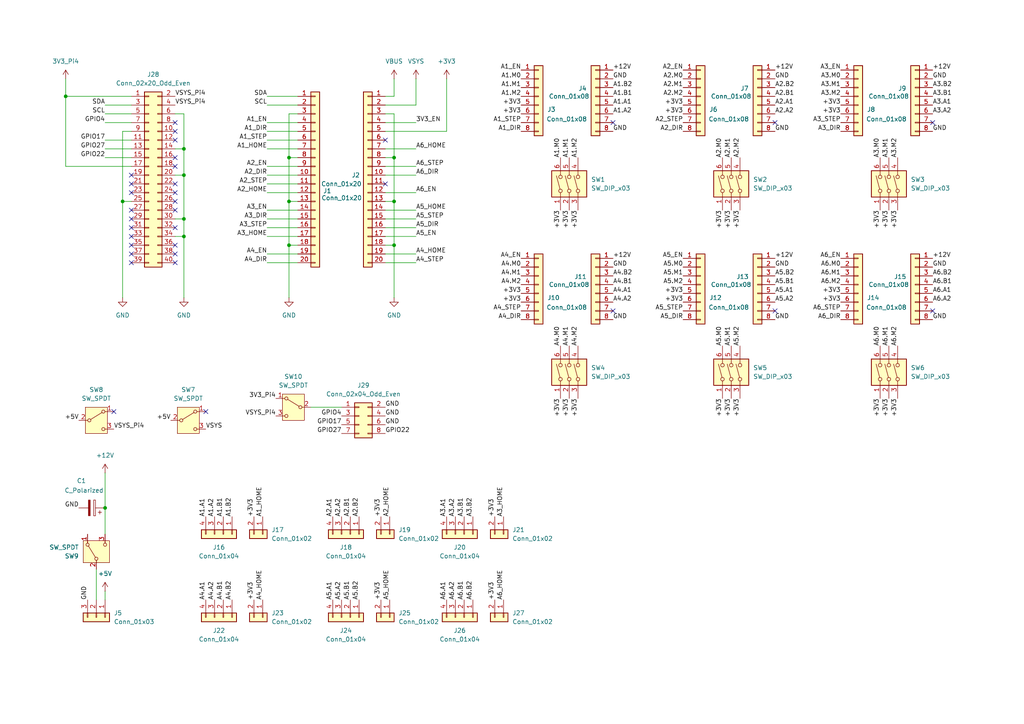
<source format=kicad_sch>
(kicad_sch (version 20231120) (generator "eeschema") (generator_version "8.0")
  (paper "A4")
  (title_block (title "Jeste k domysleni") (date "9. 2. 2025") (rev "X") (company "Tomáš Kubín"))
  (lib_symbols
    (symbol "Connector_Generic:Conn_01x02" (pin_names (offset 1.016) hide)
      (property "Reference" "J" (at 0 2.54 0))
      (property "Value" "Conn_01x02" (at 0 -5.08 0))
      (symbol "Conn_01x02_1_1"
        (rectangle (start -1.27 -2.413) (end 0 -2.667) (stroke (width 0.1524)))
        (rectangle (start -1.27 0.127) (end 0 -0.127) (stroke (width 0.1524)))
        (rectangle (start -1.27 1.27) (end 1.27 -3.81) (stroke (width 0.254)) (fill (type background)))
        (pin passive line (at -5.08 0 0) (length 3.81) (name "Pin_1") (number "1"))
        (pin passive line (at -5.08 -2.54 0) (length 3.81) (name "Pin_2") (number "2"))
      )
    )
    (symbol "Connector_Generic:Conn_01x03" (pin_names (offset 1.016) hide)
      (property "Reference" "J" (at 0 5.08 0))
      (property "Value" "Conn_01x03" (at 0 -5.08 0))
      (symbol "Conn_01x03_1_1"
        (rectangle (start -1.27 -2.413) (end 0 -2.667) (stroke (width 0.1524)))
        (rectangle (start -1.27 0.127) (end 0 -0.127) (stroke (width 0.1524)))
        (rectangle (start -1.27 2.667) (end 0 2.413) (stroke (width 0.1524)))
        (rectangle (start -1.27 3.81) (end 1.27 -3.81) (stroke (width 0.254)) (fill (type background)))
        (pin passive line (at -5.08 2.54 0) (length 3.81) (name "Pin_1") (number "1"))
        (pin passive line (at -5.08 0 0) (length 3.81) (name "Pin_2") (number "2"))
        (pin passive line (at -5.08 -2.54 0) (length 3.81) (name "Pin_3") (number "3"))
      )
    )
    (symbol "Connector_Generic:Conn_01x04" (pin_names (offset 1.016) hide)
      (property "Reference" "J" (at 0 5.08 0))
      (property "Value" "Conn_01x04" (at 0 -7.62 0))
      (symbol "Conn_01x04_1_1"
        (rectangle (start -1.27 -4.953) (end 0 -5.207) (stroke (width 0.1524)))
        (rectangle (start -1.27 -2.413) (end 0 -2.667) (stroke (width 0.1524)))
        (rectangle (start -1.27 0.127) (end 0 -0.127) (stroke (width 0.1524)))
        (rectangle (start -1.27 2.667) (end 0 2.413) (stroke (width 0.1524)))
        (rectangle (start -1.27 3.81) (end 1.27 -6.35) (stroke (width 0.254)) (fill (type background)))
        (pin passive line (at -5.08 2.54 0) (length 3.81) (name "Pin_1") (number "1"))
        (pin passive line (at -5.08 0 0) (length 3.81) (name "Pin_2") (number "2"))
        (pin passive line (at -5.08 -2.54 0) (length 3.81) (name "Pin_3") (number "3"))
        (pin passive line (at -5.08 -5.08 0) (length 3.81) (name "Pin_4") (number "4"))
      )
    )
    (symbol "Connector_Generic:Conn_01x08" (pin_names (offset 1.016) hide)
      (property "Reference" "J" (at 0 10.16 0))
      (property "Value" "Conn_01x08" (at 0 -12.7 0))
      (symbol "Conn_01x08_1_1"
        (rectangle (start -1.27 -10.033) (end 0 -10.287) (stroke (width 0.1524)))
        (rectangle (start -1.27 -7.493) (end 0 -7.747) (stroke (width 0.1524)))
        (rectangle (start -1.27 -4.953) (end 0 -5.207) (stroke (width 0.1524)))
        (rectangle (start -1.27 -2.413) (end 0 -2.667) (stroke (width 0.1524)))
        (rectangle (start -1.27 0.127) (end 0 -0.127) (stroke (width 0.1524)))
        (rectangle (start -1.27 2.667) (end 0 2.413) (stroke (width 0.1524)))
        (rectangle (start -1.27 5.207) (end 0 4.953) (stroke (width 0.1524)))
        (rectangle (start -1.27 7.747) (end 0 7.493) (stroke (width 0.1524)))
        (rectangle (start -1.27 8.89) (end 1.27 -11.43) (stroke (width 0.254)) (fill (type background)))
        (pin passive line (at -5.08 7.62 0) (length 3.81) (name "Pin_1") (number "1"))
        (pin passive line (at -5.08 5.08 0) (length 3.81) (name "Pin_2") (number "2"))
        (pin passive line (at -5.08 2.54 0) (length 3.81) (name "Pin_3") (number "3"))
        (pin passive line (at -5.08 0 0) (length 3.81) (name "Pin_4") (number "4"))
        (pin passive line (at -5.08 -2.54 0) (length 3.81) (name "Pin_5") (number "5"))
        (pin passive line (at -5.08 -5.08 0) (length 3.81) (name "Pin_6") (number "6"))
        (pin passive line (at -5.08 -7.62 0) (length 3.81) (name "Pin_7") (number "7"))
        (pin passive line (at -5.08 -10.16 0) (length 3.81) (name "Pin_8") (number "8"))
      )
    )
    (symbol "Connector_Generic:Conn_01x20" (pin_names (offset 1.016) hide)
      (property "Reference" "J" (at 0 25.4 0))
      (property "Value" "Conn_01x20" (at 0 -27.94 0))
      (symbol "Conn_01x20_1_1"
        (rectangle (start -1.27 -25.273) (end 0 -25.527) (stroke (width 0.1524)))
        (rectangle (start -1.27 -22.733) (end 0 -22.987) (stroke (width 0.1524)))
        (rectangle (start -1.27 -20.193) (end 0 -20.447) (stroke (width 0.1524)))
        (rectangle (start -1.27 -17.653) (end 0 -17.907) (stroke (width 0.1524)))
        (rectangle (start -1.27 -15.113) (end 0 -15.367) (stroke (width 0.1524)))
        (rectangle (start -1.27 -12.573) (end 0 -12.827) (stroke (width 0.1524)))
        (rectangle (start -1.27 -10.033) (end 0 -10.287) (stroke (width 0.1524)))
        (rectangle (start -1.27 -7.493) (end 0 -7.747) (stroke (width 0.1524)))
        (rectangle (start -1.27 -4.953) (end 0 -5.207) (stroke (width 0.1524)))
        (rectangle (start -1.27 -2.413) (end 0 -2.667) (stroke (width 0.1524)))
        (rectangle (start -1.27 0.127) (end 0 -0.127) (stroke (width 0.1524)))
        (rectangle (start -1.27 2.667) (end 0 2.413) (stroke (width 0.1524)))
        (rectangle (start -1.27 5.207) (end 0 4.953) (stroke (width 0.1524)))
        (rectangle (start -1.27 7.747) (end 0 7.493) (stroke (width 0.1524)))
        (rectangle (start -1.27 10.287) (end 0 10.033) (stroke (width 0.1524)))
        (rectangle (start -1.27 12.827) (end 0 12.573) (stroke (width 0.1524)))
        (rectangle (start -1.27 15.367) (end 0 15.113) (stroke (width 0.1524)))
        (rectangle (start -1.27 17.907) (end 0 17.653) (stroke (width 0.1524)))
        (rectangle (start -1.27 20.447) (end 0 20.193) (stroke (width 0.1524)))
        (rectangle (start -1.27 22.987) (end 0 22.733) (stroke (width 0.1524)))
        (rectangle (start -1.27 24.13) (end 1.27 -26.67) (stroke (width 0.254)) (fill (type background)))
        (pin passive line (at -5.08 22.86 0) (length 3.81) (name "Pin_1") (number "1"))
        (pin passive line (at -5.08 0 0) (length 3.81) (name "Pin_10") (number "10"))
        (pin passive line (at -5.08 -2.54 0) (length 3.81) (name "Pin_11") (number "11"))
        (pin passive line (at -5.08 -5.08 0) (length 3.81) (name "Pin_12") (number "12"))
        (pin passive line (at -5.08 -7.62 0) (length 3.81) (name "Pin_13") (number "13"))
        (pin passive line (at -5.08 -10.16 0) (length 3.81) (name "Pin_14") (number "14"))
        (pin passive line (at -5.08 -12.7 0) (length 3.81) (name "Pin_15") (number "15"))
        (pin passive line (at -5.08 -15.24 0) (length 3.81) (name "Pin_16") (number "16"))
        (pin passive line (at -5.08 -17.78 0) (length 3.81) (name "Pin_17") (number "17"))
        (pin passive line (at -5.08 -20.32 0) (length 3.81) (name "Pin_18") (number "18"))
        (pin passive line (at -5.08 -22.86 0) (length 3.81) (name "Pin_19") (number "19"))
        (pin passive line (at -5.08 20.32 0) (length 3.81) (name "Pin_2") (number "2"))
        (pin passive line (at -5.08 -25.4 0) (length 3.81) (name "Pin_20") (number "20"))
        (pin passive line (at -5.08 17.78 0) (length 3.81) (name "Pin_3") (number "3"))
        (pin passive line (at -5.08 15.24 0) (length 3.81) (name "Pin_4") (number "4"))
        (pin passive line (at -5.08 12.7 0) (length 3.81) (name "Pin_5") (number "5"))
        (pin passive line (at -5.08 10.16 0) (length 3.81) (name "Pin_6") (number "6"))
        (pin passive line (at -5.08 7.62 0) (length 3.81) (name "Pin_7") (number "7"))
        (pin passive line (at -5.08 5.08 0) (length 3.81) (name "Pin_8") (number "8"))
        (pin passive line (at -5.08 2.54 0) (length 3.81) (name "Pin_9") (number "9"))
      )
    )
    (symbol "Connector_Generic:Conn_02x04_Odd_Even" (pin_names (offset 1.016) hide)
      (property "Reference" "J" (at 1.27 5.08 0))
      (property "Value" "Conn_02x04_Odd_Even" (at 1.27 -7.62 0))
      (symbol "Conn_02x04_Odd_Even_1_1"
        (rectangle (start -1.27 -4.953) (end 0 -5.207) (stroke (width 0.1524)))
        (rectangle (start -1.27 -2.413) (end 0 -2.667) (stroke (width 0.1524)))
        (rectangle (start -1.27 0.127) (end 0 -0.127) (stroke (width 0.1524)))
        (rectangle (start -1.27 2.667) (end 0 2.413) (stroke (width 0.1524)))
        (rectangle (start -1.27 3.81) (end 3.81 -6.35) (stroke (width 0.254)) (fill (type background)))
        (rectangle (start 3.81 -4.953) (end 2.54 -5.207) (stroke (width 0.1524)))
        (rectangle (start 3.81 -2.413) (end 2.54 -2.667) (stroke (width 0.1524)))
        (rectangle (start 3.81 0.127) (end 2.54 -0.127) (stroke (width 0.1524)))
        (rectangle (start 3.81 2.667) (end 2.54 2.413) (stroke (width 0.1524)))
        (pin passive line (at -5.08 2.54 0) (length 3.81) (name "Pin_1") (number "1"))
        (pin passive line (at 7.62 2.54 180) (length 3.81) (name "Pin_2") (number "2"))
        (pin passive line (at -5.08 0 0) (length 3.81) (name "Pin_3") (number "3"))
        (pin passive line (at 7.62 0 180) (length 3.81) (name "Pin_4") (number "4"))
        (pin passive line (at -5.08 -2.54 0) (length 3.81) (name "Pin_5") (number "5"))
        (pin passive line (at 7.62 -2.54 180) (length 3.81) (name "Pin_6") (number "6"))
        (pin passive line (at -5.08 -5.08 0) (length 3.81) (name "Pin_7") (number "7"))
        (pin passive line (at 7.62 -5.08 180) (length 3.81) (name "Pin_8") (number "8"))
      )
    )
    (symbol "Connector_Generic:Conn_02x20_Odd_Even" (pin_names (offset 1.016) hide)
      (property "Reference" "J" (at 1.27 25.4 0))
      (property "Value" "Conn_02x20_Odd_Even" (at 1.27 -27.94 0))
      (symbol "Conn_02x20_Odd_Even_1_1"
        (rectangle (start -1.27 -25.273) (end 0 -25.527) (stroke (width 0.1524)))
        (rectangle (start -1.27 -22.733) (end 0 -22.987) (stroke (width 0.1524)))
        (rectangle (start -1.27 -20.193) (end 0 -20.447) (stroke (width 0.1524)))
        (rectangle (start -1.27 -17.653) (end 0 -17.907) (stroke (width 0.1524)))
        (rectangle (start -1.27 -15.113) (end 0 -15.367) (stroke (width 0.1524)))
        (rectangle (start -1.27 -12.573) (end 0 -12.827) (stroke (width 0.1524)))
        (rectangle (start -1.27 -10.033) (end 0 -10.287) (stroke (width 0.1524)))
        (rectangle (start -1.27 -7.493) (end 0 -7.747) (stroke (width 0.1524)))
        (rectangle (start -1.27 -4.953) (end 0 -5.207) (stroke (width 0.1524)))
        (rectangle (start -1.27 -2.413) (end 0 -2.667) (stroke (width 0.1524)))
        (rectangle (start -1.27 0.127) (end 0 -0.127) (stroke (width 0.1524)))
        (rectangle (start -1.27 2.667) (end 0 2.413) (stroke (width 0.1524)))
        (rectangle (start -1.27 5.207) (end 0 4.953) (stroke (width 0.1524)))
        (rectangle (start -1.27 7.747) (end 0 7.493) (stroke (width 0.1524)))
        (rectangle (start -1.27 10.287) (end 0 10.033) (stroke (width 0.1524)))
        (rectangle (start -1.27 12.827) (end 0 12.573) (stroke (width 0.1524)))
        (rectangle (start -1.27 15.367) (end 0 15.113) (stroke (width 0.1524)))
        (rectangle (start -1.27 17.907) (end 0 17.653) (stroke (width 0.1524)))
        (rectangle (start -1.27 20.447) (end 0 20.193) (stroke (width 0.1524)))
        (rectangle (start -1.27 22.987) (end 0 22.733) (stroke (width 0.1524)))
        (rectangle (start -1.27 24.13) (end 3.81 -26.67) (stroke (width 0.254)) (fill (type background)))
        (rectangle (start 3.81 -25.273) (end 2.54 -25.527) (stroke (width 0.1524)))
        (rectangle (start 3.81 -22.733) (end 2.54 -22.987) (stroke (width 0.1524)))
        (rectangle (start 3.81 -20.193) (end 2.54 -20.447) (stroke (width 0.1524)))
        (rectangle (start 3.81 -17.653) (end 2.54 -17.907) (stroke (width 0.1524)))
        (rectangle (start 3.81 -15.113) (end 2.54 -15.367) (stroke (width 0.1524)))
        (rectangle (start 3.81 -12.573) (end 2.54 -12.827) (stroke (width 0.1524)))
        (rectangle (start 3.81 -10.033) (end 2.54 -10.287) (stroke (width 0.1524)))
        (rectangle (start 3.81 -7.493) (end 2.54 -7.747) (stroke (width 0.1524)))
        (rectangle (start 3.81 -4.953) (end 2.54 -5.207) (stroke (width 0.1524)))
        (rectangle (start 3.81 -2.413) (end 2.54 -2.667) (stroke (width 0.1524)))
        (rectangle (start 3.81 0.127) (end 2.54 -0.127) (stroke (width 0.1524)))
        (rectangle (start 3.81 2.667) (end 2.54 2.413) (stroke (width 0.1524)))
        (rectangle (start 3.81 5.207) (end 2.54 4.953) (stroke (width 0.1524)))
        (rectangle (start 3.81 7.747) (end 2.54 7.493) (stroke (width 0.1524)))
        (rectangle (start 3.81 10.287) (end 2.54 10.033) (stroke (width 0.1524)))
        (rectangle (start 3.81 12.827) (end 2.54 12.573) (stroke (width 0.1524)))
        (rectangle (start 3.81 15.367) (end 2.54 15.113) (stroke (width 0.1524)))
        (rectangle (start 3.81 17.907) (end 2.54 17.653) (stroke (width 0.1524)))
        (rectangle (start 3.81 20.447) (end 2.54 20.193) (stroke (width 0.1524)))
        (rectangle (start 3.81 22.987) (end 2.54 22.733) (stroke (width 0.1524)))
        (pin passive line (at -5.08 22.86 0) (length 3.81) (name "Pin_1") (number "1"))
        (pin passive line (at 7.62 12.7 180) (length 3.81) (name "Pin_10") (number "10"))
        (pin passive line (at -5.08 10.16 0) (length 3.81) (name "Pin_11") (number "11"))
        (pin passive line (at 7.62 10.16 180) (length 3.81) (name "Pin_12") (number "12"))
        (pin passive line (at -5.08 7.62 0) (length 3.81) (name "Pin_13") (number "13"))
        (pin passive line (at 7.62 7.62 180) (length 3.81) (name "Pin_14") (number "14"))
        (pin passive line (at -5.08 5.08 0) (length 3.81) (name "Pin_15") (number "15"))
        (pin passive line (at 7.62 5.08 180) (length 3.81) (name "Pin_16") (number "16"))
        (pin passive line (at -5.08 2.54 0) (length 3.81) (name "Pin_17") (number "17"))
        (pin passive line (at 7.62 2.54 180) (length 3.81) (name "Pin_18") (number "18"))
        (pin passive line (at -5.08 0 0) (length 3.81) (name "Pin_19") (number "19"))
        (pin passive line (at 7.62 22.86 180) (length 3.81) (name "Pin_2") (number "2"))
        (pin passive line (at 7.62 0 180) (length 3.81) (name "Pin_20") (number "20"))
        (pin passive line (at -5.08 -2.54 0) (length 3.81) (name "Pin_21") (number "21"))
        (pin passive line (at 7.62 -2.54 180) (length 3.81) (name "Pin_22") (number "22"))
        (pin passive line (at -5.08 -5.08 0) (length 3.81) (name "Pin_23") (number "23"))
        (pin passive line (at 7.62 -5.08 180) (length 3.81) (name "Pin_24") (number "24"))
        (pin passive line (at -5.08 -7.62 0) (length 3.81) (name "Pin_25") (number "25"))
        (pin passive line (at 7.62 -7.62 180) (length 3.81) (name "Pin_26") (number "26"))
        (pin passive line (at -5.08 -10.16 0) (length 3.81) (name "Pin_27") (number "27"))
        (pin passive line (at 7.62 -10.16 180) (length 3.81) (name "Pin_28") (number "28"))
        (pin passive line (at -5.08 -12.7 0) (length 3.81) (name "Pin_29") (number "29"))
        (pin passive line (at -5.08 20.32 0) (length 3.81) (name "Pin_3") (number "3"))
        (pin passive line (at 7.62 -12.7 180) (length 3.81) (name "Pin_30") (number "30"))
        (pin passive line (at -5.08 -15.24 0) (length 3.81) (name "Pin_31") (number "31"))
        (pin passive line (at 7.62 -15.24 180) (length 3.81) (name "Pin_32") (number "32"))
        (pin passive line (at -5.08 -17.78 0) (length 3.81) (name "Pin_33") (number "33"))
        (pin passive line (at 7.62 -17.78 180) (length 3.81) (name "Pin_34") (number "34"))
        (pin passive line (at -5.08 -20.32 0) (length 3.81) (name "Pin_35") (number "35"))
        (pin passive line (at 7.62 -20.32 180) (length 3.81) (name "Pin_36") (number "36"))
        (pin passive line (at -5.08 -22.86 0) (length 3.81) (name "Pin_37") (number "37"))
        (pin passive line (at 7.62 -22.86 180) (length 3.81) (name "Pin_38") (number "38"))
        (pin passive line (at -5.08 -25.4 0) (length 3.81) (name "Pin_39") (number "39"))
        (pin passive line (at 7.62 20.32 180) (length 3.81) (name "Pin_4") (number "4"))
        (pin passive line (at 7.62 -25.4 180) (length 3.81) (name "Pin_40") (number "40"))
        (pin passive line (at -5.08 17.78 0) (length 3.81) (name "Pin_5") (number "5"))
        (pin passive line (at 7.62 17.78 180) (length 3.81) (name "Pin_6") (number "6"))
        (pin passive line (at -5.08 15.24 0) (length 3.81) (name "Pin_7") (number "7"))
        (pin passive line (at 7.62 15.24 180) (length 3.81) (name "Pin_8") (number "8"))
        (pin passive line (at -5.08 12.7 0) (length 3.81) (name "Pin_9") (number "9"))
      )
    )
    (symbol "Device:C_Polarized" (pin_numbers hide) (pin_names (offset 0.254))
      (property "Reference" "C" (at 0.635 2.54 0))
      (property "Value" "C_Polarized" (at 0.635 -2.54 0))
      (symbol "C_Polarized_0_1"
        (rectangle (start -2.286 0.508) (end 2.286 1.016))
        (polyline (pts (xy -1.778 2.286) (xy -0.762 2.286)))
        (polyline (pts (xy -1.27 2.794) (xy -1.27 1.778)))
        (rectangle (start 2.286 -0.508) (end -2.286 -1.016) (fill (type outline)))
      )
      (symbol "C_Polarized_1_1"
        (pin passive line (at 0 3.81 270) (length 2.794) (name "~") (number "1"))
        (pin passive line (at 0 -3.81 90) (length 2.794) (name "~") (number "2"))
      )
    )
    (symbol "Switch:SW_DIP_x03" (pin_names (offset 0) hide)
      (property "Reference" "SW" (at 0 6.35 0))
      (property "Value" "SW_DIP_x03" (at 0 -6.35 0))
      (symbol "SW_DIP_x03_0_0"
        (circle (center -2.032 -2.54) (radius 0.508))
        (circle (center -2.032 0) (radius 0.508))
        (circle (center -2.032 2.54) (radius 0.508))
        (polyline (pts (xy -1.524 -2.413) (xy 2.3622 -1.3716)))
        (polyline (pts (xy -1.524 0.127) (xy 2.3622 1.1684)))
        (polyline (pts (xy -1.524 2.667) (xy 2.3622 3.7084)))
        (circle (center 2.032 -2.54) (radius 0.508))
        (circle (center 2.032 0) (radius 0.508))
        (circle (center 2.032 2.54) (radius 0.508))
      )
      (symbol "SW_DIP_x03_0_1"
        (rectangle (start -3.81 5.08) (end 3.81 -5.08) (stroke (width 0.254)) (fill (type background)))
      )
      (symbol "SW_DIP_x03_1_1"
        (pin passive line (at -7.62 2.54 0) (length 5.08) (name "~") (number "1"))
        (pin passive line (at -7.62 0 0) (length 5.08) (name "~") (number "2"))
        (pin passive line (at -7.62 -2.54 0) (length 5.08) (name "~") (number "3"))
        (pin passive line (at 7.62 -2.54 180) (length 5.08) (name "~") (number "4"))
        (pin passive line (at 7.62 0 180) (length 5.08) (name "~") (number "5"))
        (pin passive line (at 7.62 2.54 180) (length 5.08) (name "~") (number "6"))
      )
    )
    (symbol "Switch:SW_SPDT" (pin_names (offset 0) hide)
      (property "Reference" "SW" (at 0 5.08 0))
      (property "Value" "SW_SPDT" (at 0 -5.08 0))
      (symbol "SW_SPDT_0_1"
        (circle (center -2.032 0) (radius 0.4572))
        (polyline (pts (xy -1.651 0.254) (xy 1.651 2.286)))
        (circle (center 2.032 -2.54) (radius 0.4572))
        (circle (center 2.032 2.54) (radius 0.4572))
      )
      (symbol "SW_SPDT_1_1"
        (rectangle (start -3.175 3.81) (end 3.175 -3.81) (fill (type background)))
        (pin passive line (at 5.08 2.54 180) (length 2.54) (name "A") (number "1"))
        (pin passive line (at -5.08 0 0) (length 2.54) (name "B") (number "2"))
        (pin passive line (at 5.08 -2.54 180) (length 2.54) (name "C") (number "3"))
      )
    )
    (symbol "power:+12V" (power) (pin_numbers hide) (pin_names (offset 0) hide)
      (property "Value" "+12V" (at 0 3.556 0))
      (symbol "+12V_0_1"
        (polyline (pts (xy -0.762 1.27) (xy 0 2.54)))
        (polyline (pts (xy 0 0) (xy 0 2.54)))
        (polyline (pts (xy 0 2.54) (xy 0.762 1.27)))
      )
      (symbol "+12V_1_1"
        (pin power_in line (at 0 0 90) (length 0) (name "~") (number "1"))
      )
    )
    (symbol "power:+1V1" (power) (pin_numbers hide) (pin_names (offset 0) hide)
      (property "Value" "+1V1" (at 0 3.556 0))
      (symbol "+1V1_0_1"
        (polyline (pts (xy -0.762 1.27) (xy 0 2.54)))
        (polyline (pts (xy 0 0) (xy 0 2.54)))
        (polyline (pts (xy 0 2.54) (xy 0.762 1.27)))
      )
      (symbol "+1V1_1_1"
        (pin power_in line (at 0 0 90) (length 0) (name "~") (number "1"))
      )
    )
    (symbol "power:+3V3" (power) (pin_numbers hide) (pin_names (offset 0) hide)
      (property "Value" "+3V3" (at 0 3.556 0))
      (symbol "+3V3_0_1"
        (polyline (pts (xy -0.762 1.27) (xy 0 2.54)))
        (polyline (pts (xy 0 0) (xy 0 2.54)))
        (polyline (pts (xy 0 2.54) (xy 0.762 1.27)))
      )
      (symbol "+3V3_1_1"
        (pin power_in line (at 0 0 90) (length 0) (name "~") (number "1"))
      )
    )
    (symbol "power:+5V" (power) (pin_numbers hide) (pin_names (offset 0) hide)
      (property "Value" "+5V" (at 0 3.556 0))
      (symbol "+5V_0_1"
        (polyline (pts (xy -0.762 1.27) (xy 0 2.54)))
        (polyline (pts (xy 0 0) (xy 0 2.54)))
        (polyline (pts (xy 0 2.54) (xy 0.762 1.27)))
      )
      (symbol "+5V_1_1"
        (pin power_in line (at 0 0 90) (length 0) (name "~") (number "1"))
      )
    )
    (symbol "power:GND" (power) (pin_numbers hide) (pin_names (offset 0) hide)
      (property "Value" "GND" (at 0 -3.81 0))
      (symbol "GND_0_1"
        (polyline (pts (xy 0 0) (xy 0 -1.27) (xy 1.27 -1.27) (xy 0 -2.54) (xy -1.27 -1.27) (xy 0 -1.27)))
      )
      (symbol "GND_1_1"
        (pin power_in line (at 0 0 270) (length 0) (name "~") (number "1"))
      )
    )
    (symbol "power:VBUS" (power) (pin_numbers hide) (pin_names (offset 0) hide)
      (property "Value" "VBUS" (at 0 3.556 0))
      (symbol "VBUS_0_1"
        (polyline (pts (xy -0.762 1.27) (xy 0 2.54)))
        (polyline (pts (xy 0 0) (xy 0 2.54)))
        (polyline (pts (xy 0 2.54) (xy 0.762 1.27)))
      )
      (symbol "VBUS_1_1"
        (pin power_in line (at 0 0 90) (length 0) (name "~") (number "1"))
      )
    )
  )
  (junction (at 114.3 58.42))
  (junction (at 83.82 58.42))
  (junction (at 53.34 43.18))
  (junction (at 114.3 45.72))
  (junction (at 114.3 71.12))
  (junction (at 53.34 50.8))
  (junction (at 35.56 58.42))
  (junction (at 30.48 147.32))
  (junction (at 19.05 27.94))
  (junction (at 53.34 68.58))
  (junction (at 53.34 63.5))
  (junction (at 83.82 45.72))
  (junction (at 83.82 71.12))
  (no_connect (at 50.8 45.72))
  (no_connect (at 50.8 58.42))
  (no_connect (at 50.8 73.66))
  (no_connect (at 33.02 119.38))
  (no_connect (at 50.8 55.88))
  (no_connect (at 270.51 35.56))
  (no_connect (at 38.1 60.96))
  (no_connect (at 38.1 71.12))
  (no_connect (at 50.8 48.26))
  (no_connect (at 50.8 76.2))
  (no_connect (at 224.79 90.17))
  (no_connect (at 177.8 90.17))
  (no_connect (at 50.8 53.34))
  (no_connect (at 50.8 71.12))
  (no_connect (at 50.8 38.1))
  (no_connect (at 270.51 90.17))
  (no_connect (at 38.1 55.88))
  (no_connect (at 38.1 76.2))
  (no_connect (at 38.1 53.34))
  (no_connect (at 111.76 53.34))
  (no_connect (at 224.79 35.56))
  (no_connect (at 50.8 60.96))
  (no_connect (at 59.69 119.38))
  (no_connect (at 50.8 35.56))
  (no_connect (at 50.8 40.64))
  (no_connect (at 50.8 66.04))
  (no_connect (at 38.1 50.8))
  (no_connect (at 38.1 63.5))
  (no_connect (at 177.8 35.56))
  (no_connect (at 38.1 68.58))
  (no_connect (at 38.1 66.04))
  (no_connect (at 38.1 73.66))
  (no_connect (at 111.76 40.64))
  (wire (pts (xy 111.76 55.88) (xy 120.65 55.88)))
  (wire (pts (xy 111.76 76.2) (xy 120.65 76.2)))
  (wire (pts (xy 27.94 165.1) (xy 27.94 173.99)))
  (wire (pts (xy 35.56 58.42) (xy 38.1 58.42)))
  (wire (pts (xy 114.3 45.72) (xy 114.3 58.42)))
  (wire (pts (xy 114.3 71.12) (xy 114.3 86.36)))
  (wire (pts (xy 111.76 30.48) (xy 120.65 30.48)))
  (wire (pts (xy 111.76 60.96) (xy 120.65 60.96)))
  (wire (pts (xy 53.34 43.18) (xy 53.34 50.8)))
  (wire (pts (xy 111.76 27.94) (xy 114.3 27.94)))
  (wire (pts (xy 111.76 68.58) (xy 120.65 68.58)))
  (wire (pts (xy 77.47 40.64) (xy 86.36 40.64)))
  (wire (pts (xy 19.05 27.94) (xy 19.05 22.86)))
  (wire (pts (xy 77.47 63.5) (xy 86.36 63.5)))
  (wire (pts (xy 77.47 60.96) (xy 86.36 60.96)))
  (wire (pts (xy 111.76 71.12) (xy 114.3 71.12)))
  (wire (pts (xy 77.47 27.94) (xy 86.36 27.94)))
  (wire (pts (xy 83.82 58.42) (xy 86.36 58.42)))
  (wire (pts (xy 30.48 35.56) (xy 38.1 35.56)))
  (wire (pts (xy 50.8 33.02) (xy 53.34 33.02)))
  (wire (pts (xy 83.82 45.72) (xy 83.82 58.42)))
  (wire (pts (xy 129.54 38.1) (xy 129.54 22.86)))
  (wire (pts (xy 114.3 33.02) (xy 114.3 45.72)))
  (wire (pts (xy 30.48 147.32) (xy 30.48 154.94)))
  (wire (pts (xy 53.34 68.58) (xy 53.34 86.36)))
  (wire (pts (xy 120.65 30.48) (xy 120.65 22.86)))
  (wire (pts (xy 50.8 50.8) (xy 53.34 50.8)))
  (wire (pts (xy 111.76 63.5) (xy 120.65 63.5)))
  (wire (pts (xy 111.76 33.02) (xy 114.3 33.02)))
  (wire (pts (xy 30.48 33.02) (xy 38.1 33.02)))
  (wire (pts (xy 53.34 50.8) (xy 53.34 63.5)))
  (wire (pts (xy 77.47 55.88) (xy 86.36 55.88)))
  (wire (pts (xy 83.82 71.12) (xy 86.36 71.12)))
  (wire (pts (xy 111.76 73.66) (xy 120.65 73.66)))
  (wire (pts (xy 77.47 35.56) (xy 86.36 35.56)))
  (wire (pts (xy 83.82 45.72) (xy 86.36 45.72)))
  (wire (pts (xy 83.82 71.12) (xy 83.82 86.36)))
  (wire (pts (xy 111.76 43.18) (xy 120.65 43.18)))
  (wire (pts (xy 120.65 35.56) (xy 111.76 35.56)))
  (wire (pts (xy 77.47 30.48) (xy 86.36 30.48)))
  (wire (pts (xy 83.82 33.02) (xy 83.82 45.72)))
  (wire (pts (xy 30.48 30.48) (xy 38.1 30.48)))
  (wire (pts (xy 77.47 73.66) (xy 86.36 73.66)))
  (wire (pts (xy 77.47 76.2) (xy 86.36 76.2)))
  (wire (pts (xy 30.48 171.45) (xy 30.48 173.99)))
  (wire (pts (xy 50.8 63.5) (xy 53.34 63.5)))
  (wire (pts (xy 111.76 48.26) (xy 120.65 48.26)))
  (wire (pts (xy 77.47 50.8) (xy 86.36 50.8)))
  (wire (pts (xy 30.48 43.18) (xy 38.1 43.18)))
  (wire (pts (xy 50.8 68.58) (xy 53.34 68.58)))
  (wire (pts (xy 86.36 33.02) (xy 83.82 33.02)))
  (wire (pts (xy 50.8 43.18) (xy 53.34 43.18)))
  (wire (pts (xy 38.1 27.94) (xy 19.05 27.94)))
  (wire (pts (xy 35.56 38.1) (xy 35.56 58.42)))
  (wire (pts (xy 77.47 68.58) (xy 86.36 68.58)))
  (wire (pts (xy 38.1 38.1) (xy 35.56 38.1)))
  (wire (pts (xy 53.34 63.5) (xy 53.34 68.58)))
  (wire (pts (xy 38.1 48.26) (xy 19.05 48.26)))
  (wire (pts (xy 83.82 58.42) (xy 83.82 71.12)))
  (wire (pts (xy 77.47 43.18) (xy 86.36 43.18)))
  (wire (pts (xy 111.76 58.42) (xy 114.3 58.42)))
  (wire (pts (xy 35.56 58.42) (xy 35.56 86.36)))
  (wire (pts (xy 77.47 53.34) (xy 86.36 53.34)))
  (wire (pts (xy 77.47 48.26) (xy 86.36 48.26)))
  (wire (pts (xy 111.76 38.1) (xy 129.54 38.1)))
  (wire (pts (xy 77.47 66.04) (xy 86.36 66.04)))
  (wire (pts (xy 30.48 45.72) (xy 38.1 45.72)))
  (wire (pts (xy 90.17 118.11) (xy 99.06 118.11)))
  (wire (pts (xy 30.48 137.16) (xy 30.48 147.32)))
  (wire (pts (xy 53.34 33.02) (xy 53.34 43.18)))
  (wire (pts (xy 30.48 40.64) (xy 38.1 40.64)))
  (wire (pts (xy 114.3 27.94) (xy 114.3 22.86)))
  (wire (pts (xy 111.76 50.8) (xy 120.65 50.8)))
  (wire (pts (xy 77.47 38.1) (xy 86.36 38.1)))
  (wire (pts (xy 19.05 48.26) (xy 19.05 27.94)))
  (wire (pts (xy 111.76 66.04) (xy 120.65 66.04)))
  (wire (pts (xy 111.76 45.72) (xy 114.3 45.72)))
  (wire (pts (xy 114.3 58.42) (xy 114.3 71.12)))
  (label "+3V3" (at 73.66 149.86 90))
  (label "A3.B1" (at 270.51 27.94 0))
  (label "A6.A1" (at 270.51 85.09 0))
  (label "+3V3" (at 209.55 60.96 270))
  (label "A4_HOME" (at 76.2 173.99 90))
  (label "GND" (at 177.8 92.71 0))
  (label "GND" (at 224.79 38.1 0))
  (label "+3V3" (at 243.84 85.09 180))
  (label "A5_HOME" (at 113.03 173.99 90))
  (label "A6.A2" (at 132.08 173.99 90))
  (label "A1_DIR" (at 151.13 38.1 180))
  (label "A3.M2" (at 260.35 45.72 90))
  (label "A1.M1" (at 151.13 25.4 180))
  (label "A1.B1" (at 177.8 27.94 0))
  (label "A6.M2" (at 260.35 100.33 90))
  (label "A5.M0" (at 209.55 100.33 90))
  (label "+3V3" (at 151.13 87.63 180))
  (label "A3.M0" (at 243.84 22.86 180))
  (label "A6.A2" (at 270.51 87.63 0))
  (label "SCL" (at 30.48 33.02 180))
  (label "A6_STEP" (at 243.84 90.17 180))
  (label "A5.B2" (at 224.79 80.01 0))
  (label "A4.M1" (at 165.1 100.33 90))
  (label "A1.A1" (at 177.8 30.48 0))
  (label "+3V3" (at 260.35 60.96 270))
  (label "A1.M0" (at 162.56 45.72 90))
  (label "+12V" (at 270.51 20.32 0))
  (label "A6.B1" (at 270.51 82.55 0))
  (label "A6.M2" (at 243.84 82.55 180))
  (label "A1_HOME" (at 77.47 43.18 180))
  (label "A3.M0" (at 255.27 45.72 90))
  (label "A6.M1" (at 257.81 100.33 90))
  (label "+3V3" (at 257.81 60.96 270))
  (label "A4.B2" (at 177.8 80.01 0))
  (label "A6.B2" (at 137.16 173.99 90))
  (label "SDA" (at 77.47 27.94 180))
  (label "A6.B1" (at 134.62 173.99 90))
  (label "A6_STEP" (at 120.65 48.26 0))
  (label "A1.B2" (at 67.31 149.86 90))
  (label "+3V3" (at 255.27 115.57 270))
  (label "GPIO22" (at 111.76 125.73 0))
  (label "+3V3" (at 243.84 33.02 180))
  (label "A4_STEP" (at 151.13 90.17 180))
  (label "A5.B1" (at 224.79 82.55 0))
  (label "SCL" (at 77.47 30.48 180))
  (label "GND" (at 270.51 77.47 0))
  (label "A6_HOME" (at 120.65 43.18 0))
  (label "+12V" (at 270.51 74.93 0))
  (label "GPIO17" (at 30.48 40.64 180))
  (label "A2.A1" (at 96.52 149.86 90))
  (label "GND" (at 111.76 123.19 0))
  (label "A2.M0" (at 209.55 45.72 90))
  (label "+12V" (at 224.79 20.32 0))
  (label "+12V" (at 177.8 20.32 0))
  (label "+3V3" (at 255.27 60.96 270))
  (label "A2.M1" (at 212.09 45.72 90))
  (label "A4.A1" (at 177.8 85.09 0))
  (label "A6_EN" (at 120.65 55.88 0))
  (label "A2.M2" (at 214.63 45.72 90))
  (label "A4_HOME" (at 120.65 73.66 0))
  (label "+3V3" (at 143.51 173.99 90))
  (label "A4.M0" (at 151.13 77.47 180))
  (label "GND" (at 177.8 38.1 0))
  (label "A5.M2" (at 214.63 100.33 90))
  (label "+3V3" (at 151.13 33.02 180))
  (label "A5.A2" (at 99.06 173.99 90))
  (label "A2.B1" (at 101.6 149.86 90))
  (label "A1.A1" (at 59.69 149.86 90))
  (label "A4_DIR" (at 151.13 92.71 180))
  (label "A1.A2" (at 177.8 33.02 0))
  (label "3V3_Pi4" (at 80.01 115.57 180))
  (label "A2_HOME" (at 113.03 149.86 90))
  (label "A2.A2" (at 224.79 33.02 0))
  (label "GPIO17" (at 99.06 123.19 180))
  (label "A5_STEP" (at 198.12 90.17 180))
  (label "GPIO4" (at 30.48 35.56 180))
  (label "A1.M0" (at 151.13 22.86 180))
  (label "A5.A2" (at 224.79 87.63 0))
  (label "A3_STEP" (at 77.47 66.04 180))
  (label "A4.A2" (at 62.23 173.99 90))
  (label "A6.M0" (at 243.84 77.47 180))
  (label "VSYS" (at 59.69 124.46 0))
  (label "A2_EN" (at 198.12 20.32 180))
  (label "GND" (at 25.4 173.99 90))
  (label "A6_DIR" (at 120.65 50.8 0))
  (label "+3V3" (at 165.1 115.57 270))
  (label "A3_DIR" (at 77.47 63.5 180))
  (label "A2.M2" (at 198.12 27.94 180))
  (label "+3V3" (at 151.13 85.09 180))
  (label "A5.M1" (at 212.09 100.33 90))
  (label "A2.A2" (at 99.06 149.86 90))
  (label "A5_HOME" (at 120.65 60.96 0))
  (label "A3.A2" (at 132.08 149.86 90))
  (label "A3_DIR" (at 243.84 38.1 180))
  (label "A2.B1" (at 224.79 27.94 0))
  (label "A1_STEP" (at 151.13 35.56 180))
  (label "GND" (at 177.8 77.47 0))
  (label "+3V3" (at 209.55 115.57 270))
  (label "+3V3" (at 260.35 115.57 270))
  (label "A6_HOME" (at 146.05 173.99 90))
  (label "A2_HOME" (at 77.47 55.88 180))
  (label "A5_EN" (at 120.65 68.58 0))
  (label "A2.M0" (at 198.12 22.86 180))
  (label "GND" (at 22.86 147.32 180))
  (label "VSYS_Pi4" (at 50.8 27.94 0))
  (label "A3_STEP" (at 243.84 35.56 180))
  (label "A3_EN" (at 243.84 20.32 180))
  (label "A6_DIR" (at 243.84 92.71 180))
  (label "+3V3" (at 110.49 149.86 90))
  (label "+3V3" (at 214.63 115.57 270))
  (label "+3V3" (at 243.84 87.63 180))
  (label "A1.M2" (at 151.13 27.94 180))
  (label "A2_DIR" (at 198.12 38.1 180))
  (label "GPIO27" (at 30.48 43.18 180))
  (label "3V3_EN" (at 120.65 35.56 0))
  (label "A1_STEP" (at 77.47 40.64 180))
  (label "A2.M1" (at 198.12 25.4 180))
  (label "A2_DIR" (at 77.47 50.8 180))
  (label "+5V" (at 22.86 121.92 180))
  (label "A1.M2" (at 167.64 45.72 90))
  (label "A4.M2" (at 167.64 100.33 90))
  (label "+12V" (at 177.8 74.93 0))
  (label "A4.B2" (at 67.31 173.99 90))
  (label "A5_DIR" (at 198.12 92.71 180))
  (label "A3.M1" (at 243.84 25.4 180))
  (label "A4.M2" (at 151.13 82.55 180))
  (label "A1.B1" (at 64.77 149.86 90))
  (label "A2_EN" (at 77.47 48.26 180))
  (label "+3V3" (at 143.51 149.86 90))
  (label "A5.B2" (at 104.14 173.99 90))
  (label "A2_STEP" (at 77.47 53.34 180))
  (label "A3.M2" (at 243.84 27.94 180))
  (label "GND" (at 224.79 92.71 0))
  (label "+3V3" (at 198.12 87.63 180))
  (label "+3V3" (at 73.66 173.99 90))
  (label "GND" (at 224.79 22.86 0))
  (label "A5.A1" (at 224.79 85.09 0))
  (label "+3V3" (at 214.63 60.96 270))
  (label "A1.M1" (at 165.1 45.72 90))
  (label "A5.M1" (at 198.12 80.01 180))
  (label "A4.A1" (at 59.69 173.99 90))
  (label "+3V3" (at 198.12 30.48 180))
  (label "+3V3" (at 162.56 115.57 270))
  (label "+3V3" (at 212.09 60.96 270))
  (label "A6.B2" (at 270.51 80.01 0))
  (label "A4_DIR" (at 77.47 76.2 180))
  (label "A1_HOME" (at 76.2 149.86 90))
  (label "A2.B2" (at 224.79 25.4 0))
  (label "A2_STEP" (at 198.12 35.56 180))
  (label "VSYS_Pi4" (at 80.01 120.65 180))
  (label "+3V3" (at 257.81 115.57 270))
  (label "GND" (at 270.51 38.1 0))
  (label "A1_EN" (at 77.47 35.56 180))
  (label "+3V3" (at 243.84 30.48 180))
  (label "A5_DIR" (at 120.65 66.04 0))
  (label "A1.B2" (at 177.8 25.4 0))
  (label "VSYS_Pi4" (at 50.8 30.48 0))
  (label "+3V3" (at 198.12 33.02 180))
  (label "A6.M1" (at 243.84 80.01 180))
  (label "+3V3" (at 212.09 115.57 270))
  (label "GPIO27" (at 99.06 125.73 180))
  (label "GND" (at 224.79 77.47 0))
  (label "GPIO4" (at 99.06 120.65 180))
  (label "A4_EN" (at 77.47 73.66 180))
  (label "A4_STEP" (at 120.65 76.2 0))
  (label "GND" (at 111.76 120.65 0))
  (label "SDA" (at 30.48 30.48 180))
  (label "A6_EN" (at 243.84 74.93 180))
  (label "GPIO22" (at 30.48 45.72 180))
  (label "A5.B1" (at 101.6 173.99 90))
  (label "+3V3" (at 151.13 30.48 180))
  (label "A3.A1" (at 270.51 30.48 0))
  (label "A3.M1" (at 257.81 45.72 90))
  (label "A3.B2" (at 270.51 25.4 0))
  (label "A4.B1" (at 177.8 82.55 0))
  (label "+3V3" (at 162.56 60.96 270))
  (label "+3V3" (at 110.49 173.99 90))
  (label "+3V3" (at 167.64 60.96 270))
  (label "A5.M0" (at 198.12 77.47 180))
  (label "A1_EN" (at 151.13 20.32 180))
  (label "A6.M0" (at 255.27 100.33 90))
  (label "A3.B1" (at 134.62 149.86 90))
  (label "A2.A1" (at 224.79 30.48 0))
  (label "A4.M0" (at 162.56 100.33 90))
  (label "+3V3" (at 198.12 85.09 180))
  (label "GND" (at 111.76 118.11 0))
  (label "A4.M1" (at 151.13 80.01 180))
  (label "+12V" (at 224.79 74.93 0))
  (label "A3_HOME" (at 146.05 149.86 90))
  (label "A3.A1" (at 129.54 149.86 90))
  (label "GND" (at 270.51 22.86 0))
  (label "A3.A2" (at 270.51 33.02 0))
  (label "VSYS_Pi4" (at 33.02 124.46 0))
  (label "A3_EN" (at 77.47 60.96 180))
  (label "A2.B2" (at 104.14 149.86 90))
  (label "A3_HOME" (at 77.47 68.58 180))
  (label "A5_EN" (at 198.12 74.93 180))
  (label "GND" (at 270.51 92.71 0))
  (label "+3V3" (at 167.64 115.57 270))
  (label "A4.B1" (at 64.77 173.99 90))
  (label "A5.A1" (at 96.52 173.99 90))
  (label "+5V" (at 49.53 121.92 180))
  (label "A4_EN" (at 151.13 74.93 180))
  (label "A1.A2" (at 62.23 149.86 90))
  (label "A6.A1" (at 129.54 173.99 90))
  (label "A5.M2" (at 198.12 82.55 180))
  (label "A1_DIR" (at 77.47 38.1 180))
  (label "GND" (at 177.8 22.86 0))
  (label "A4.A2" (at 177.8 87.63 0))
  (label "A5_STEP" (at 120.65 63.5 0))
  (label "A3.B2" (at 137.16 149.86 90))
  (label "+3V3" (at 165.1 60.96 270))
  (symbol (lib_id "Connector_Generic:Conn_02x04_Odd_Even") (at 104.14 120.65 0) (unit 1)
    (property "Reference" "J29" (at 105.41 111.76 0))
    (property "Value" "Conn_02x04_Odd_Even" (at 105.41 114.3 0))
    (property "Footprint" "Connector_PinSocket_2.54mm:PinSocket_2x04_P2.54mm_Vertical" (effects (hide yes)))
    (property "Description" "Generic connector, double row, 02x04, odd/even pin numbering scheme (row 1 odd numbers, row 2 even numbers), script generated (kicad-library-utils/schlib/autogen/connector/)" (effects (hide yes)))
  )
  (symbol (lib_id "Switch:SW_DIP_x03") (at 165.1 53.34 90) (unit 1)
    (property "Reference" "SW1" (at 171.45 52.0699 90) (effects (justify right)))
    (property "Value" "SW_DIP_x03" (at 171.45 54.6099 90) (effects (justify right)))
    (property "Description" "3x DIP Switch, Single Pole Single Throw (SPST) switch, small symbol" (effects (hide yes)))
  )
  (symbol (lib_id "Connector_Generic:Conn_01x04") (at 101.6 179.07 270) (unit 1)
    (property "Reference" "J24" (at 100.33 182.88 90))
    (property "Value" "Conn_01x04" (at 100.33 185.42 90))
    (property "Footprint" "Connector_JST:JST_XH_B4B-XH-A_1x04_P2.50mm_Vertical" (effects (hide yes)))
    (property "Description" "Generic connector, single row, 01x04, script generated (kicad-library-utils/schlib/autogen/connector/)" (effects (hide yes)))
  )
  (symbol (lib_id "Connector_Generic:Conn_01x04") (at 134.62 154.94 270) (unit 1)
    (property "Reference" "J20" (at 133.35 158.75 90))
    (property "Value" "Conn_01x04" (at 133.35 161.29 90))
    (property "Footprint" "Connector_JST:JST_XH_B4B-XH-A_1x04_P2.50mm_Vertical" (effects (hide yes)))
    (property "Description" "Generic connector, single row, 01x04, script generated (kicad-library-utils/schlib/autogen/connector/)" (effects (hide yes)))
  )
  (symbol (lib_id "Connector_Generic:Conn_01x08") (at 203.2 27.94 0) (unit 1)
    (property "Reference" "J6" (at 205.74 31.75 0) (effects (justify left)))
    (property "Value" "Conn_01x08" (at 205.486 34.544 0) (effects (justify left)))
    (property "Footprint" "Connector_PinSocket_2.54mm:PinSocket_1x08_P2.54mm_Vertical" (effects (hide yes)))
    (property "Description" "Generic connector, single row, 01x08, script generated (kicad-library-utils/schlib/autogen/connector/)" (effects (hide yes)))
  )
  (symbol (lib_id "Connector_Generic:Conn_01x20") (at 91.44 50.8 0) (unit 1)
    (property "Reference" "J1" (at 93.726 55.372 0) (effects (justify left)))
    (property "Value" "Conn_01x20" (at 93.218 57.404 0) (effects (justify left)))
    (property "Footprint" "Connector_PinHeader_2.54mm:PinHeader_1x20_P2.54mm_Vertical" (effects (hide yes)))
    (property "Description" "Generic connector, single row, 01x20, script generated (kicad-library-utils/schlib/autogen/connector/)" (effects (hide yes)))
  )
  (symbol (lib_id "Connector_Generic:Conn_01x02") (at 113.03 154.94 270) (unit 1)
    (property "Reference" "J19" (at 115.57 153.6699 90) (effects (justify left)))
    (property "Value" "Conn_01x02" (at 115.57 156.2099 90) (effects (justify left)))
    (property "Footprint" "Connector_JST:JST_XH_B2B-XH-A_1x02_P2.50mm_Vertical" (effects (hide yes)))
    (property "Description" "Generic connector, single row, 01x02, script generated (kicad-library-utils/schlib/autogen/connector/)" (effects (hide yes)))
  )
  (symbol (lib_id "Connector_Generic:Conn_01x04") (at 64.77 154.94 270) (unit 1)
    (property "Reference" "J16" (at 63.5 158.75 90))
    (property "Value" "Conn_01x04" (at 63.5 161.29 90))
    (property "Footprint" "Connector_JST:JST_XH_B4B-XH-A_1x04_P2.50mm_Vertical" (effects (hide yes)))
    (property "Description" "Generic connector, single row, 01x04, script generated (kicad-library-utils/schlib/autogen/connector/)" (effects (hide yes)))
  )
  (symbol (lib_id "power:GND") (at 114.3 86.36 0) (unit 1)
    (property "Reference" "#PWR02" (effects (hide yes)))
    (property "Value" "GND" (at 114.3 91.44 0))
    (property "Description" "Power symbol creates a global label with name \"GND\" , ground" (effects (hide yes)))
  )
  (symbol (lib_id "power:VBUS") (at 120.65 22.86 0) (unit 1)
    (property "Reference" "#PWR04" (effects (hide yes)))
    (property "Value" "VSYS" (at 120.65 17.78 0))
    (property "Description" "Power symbol creates a global label with name \"VBUS\"" (effects (hide yes)))
  )
  (symbol (lib_id "Connector_Generic:Conn_01x08") (at 248.92 82.55 0) (unit 1)
    (property "Reference" "J14" (at 251.46 86.36 0) (effects (justify left)))
    (property "Value" "Conn_01x08" (at 251.206 89.154 0) (effects (justify left)))
    (property "Footprint" "Connector_PinSocket_2.54mm:PinSocket_1x08_P2.54mm_Vertical" (effects (hide yes)))
    (property "Description" "Generic connector, single row, 01x08, script generated (kicad-library-utils/schlib/autogen/connector/)" (effects (hide yes)))
  )
  (symbol (lib_id "Switch:SW_DIP_x03") (at 257.81 53.34 90) (unit 1)
    (property "Reference" "SW3" (at 264.16 52.0699 90) (effects (justify right)))
    (property "Value" "SW_DIP_x03" (at 264.16 54.6099 90) (effects (justify right)))
    (property "Description" "3x DIP Switch, Single Pole Single Throw (SPST) switch, small symbol" (effects (hide yes)))
  )
  (symbol (lib_id "power:+12V") (at 30.48 137.16 0) (unit 1)
    (property "Reference" "#PWR06" (effects (hide yes)))
    (property "Value" "+12V" (at 30.48 132.08 0))
    (property "Description" "Power symbol creates a global label with name \"+12V\"" (effects (hide yes)))
  )
  (symbol (lib_id "power:VBUS") (at 114.3 22.86 0) (unit 1)
    (property "Reference" "#PWR03" (effects (hide yes)))
    (property "Value" "VBUS" (at 114.3 17.78 0))
    (property "Description" "Power symbol creates a global label with name \"VBUS\"" (effects (hide yes)))
  )
  (symbol (lib_id "Connector_Generic:Conn_01x08") (at 265.43 27.94 0) (mirror y) (unit 1)
    (property "Reference" "J9" (at 262.89 25.654 0) (effects (justify left)))
    (property "Value" "Conn_01x08" (at 263.652 27.94 0) (effects (justify left)))
    (property "Footprint" "Connector_PinSocket_2.54mm:PinSocket_1x08_P2.54mm_Vertical" (effects (hide yes)))
    (property "Description" "Generic connector, single row, 01x08, script generated (kicad-library-utils/schlib/autogen/connector/)" (effects (hide yes)))
  )
  (symbol (lib_id "Connector_Generic:Conn_01x02") (at 76.2 179.07 270) (unit 1)
    (property "Reference" "J23" (at 78.74 177.7999 90) (effects (justify left)))
    (property "Value" "Conn_01x02" (at 78.74 180.3399 90) (effects (justify left)))
    (property "Footprint" "Connector_JST:JST_XH_B2B-XH-A_1x02_P2.50mm_Vertical" (effects (hide yes)))
    (property "Description" "Generic connector, single row, 01x02, script generated (kicad-library-utils/schlib/autogen/connector/)" (effects (hide yes)))
  )
  (symbol (lib_id "Connector_Generic:Conn_01x08") (at 265.43 82.55 0) (mirror y) (unit 1)
    (property "Reference" "J15" (at 262.89 80.264 0) (effects (justify left)))
    (property "Value" "Conn_01x08" (at 263.652 82.55 0) (effects (justify left)))
    (property "Footprint" "Connector_PinSocket_2.54mm:PinSocket_1x08_P2.54mm_Vertical" (effects (hide yes)))
    (property "Description" "Generic connector, single row, 01x08, script generated (kicad-library-utils/schlib/autogen/connector/)" (effects (hide yes)))
  )
  (symbol (lib_id "power:GND") (at 53.34 86.36 0) (unit 1)
    (property "Reference" "#PWR08" (effects (hide yes)))
    (property "Value" "GND" (at 53.34 91.44 0))
    (property "Description" "Power symbol creates a global label with name \"GND\" , ground" (effects (hide yes)))
  )
  (symbol (lib_id "Connector_Generic:Conn_01x08") (at 219.71 27.94 0) (mirror y) (unit 1)
    (property "Reference" "J7" (at 217.17 25.654 0) (effects (justify left)))
    (property "Value" "Conn_01x08" (at 217.932 27.94 0) (effects (justify left)))
    (property "Footprint" "Connector_PinSocket_2.54mm:PinSocket_1x08_P2.54mm_Vertical" (effects (hide yes)))
    (property "Description" "Generic connector, single row, 01x08, script generated (kicad-library-utils/schlib/autogen/connector/)" (effects (hide yes)))
  )
  (symbol (lib_id "Switch:SW_DIP_x03") (at 212.09 53.34 90) (unit 1)
    (property "Reference" "SW2" (at 218.44 52.0699 90) (effects (justify right)))
    (property "Value" "SW_DIP_x03" (at 218.44 54.6099 90) (effects (justify right)))
    (property "Description" "3x DIP Switch, Single Pole Single Throw (SPST) switch, small symbol" (effects (hide yes)))
  )
  (symbol (lib_id "Connector_Generic:Conn_01x08") (at 248.92 27.94 0) (unit 1)
    (property "Reference" "J8" (at 251.46 31.75 0) (effects (justify left)))
    (property "Value" "Conn_01x08" (at 251.206 34.544 0) (effects (justify left)))
    (property "Footprint" "Connector_PinSocket_2.54mm:PinSocket_1x08_P2.54mm_Vertical" (effects (hide yes)))
    (property "Description" "Generic connector, single row, 01x08, script generated (kicad-library-utils/schlib/autogen/connector/)" (effects (hide yes)))
  )
  (symbol (lib_id "Connector_Generic:Conn_01x08") (at 219.71 82.55 0) (mirror y) (unit 1)
    (property "Reference" "J13" (at 217.17 80.264 0) (effects (justify left)))
    (property "Value" "Conn_01x08" (at 217.932 82.55 0) (effects (justify left)))
    (property "Footprint" "Connector_PinSocket_2.54mm:PinSocket_1x08_P2.54mm_Vertical" (effects (hide yes)))
    (property "Description" "Generic connector, single row, 01x08, script generated (kicad-library-utils/schlib/autogen/connector/)" (effects (hide yes)))
  )
  (symbol (lib_id "Connector_Generic:Conn_01x04") (at 64.77 179.07 270) (unit 1)
    (property "Reference" "J22" (at 63.5 182.88 90))
    (property "Value" "Conn_01x04" (at 63.5 185.42 90))
    (property "Footprint" "Connector_JST:JST_XH_B4B-XH-A_1x04_P2.50mm_Vertical" (effects (hide yes)))
    (property "Description" "Generic connector, single row, 01x04, script generated (kicad-library-utils/schlib/autogen/connector/)" (effects (hide yes)))
  )
  (symbol (lib_id "power:GND") (at 83.82 86.36 0) (unit 1)
    (property "Reference" "#PWR01" (effects (hide yes)))
    (property "Value" "GND" (at 83.82 91.44 0))
    (property "Description" "Power symbol creates a global label with name \"GND\" , ground" (effects (hide yes)))
  )
  (symbol (lib_id "Switch:SW_SPDT") (at 27.94 160.02 90) (unit 1)
    (property "Reference" "SW9" (at 22.86 161.2901 90) (effects (justify left)))
    (property "Value" "SW_SPDT" (at 22.86 158.7501 90) (effects (justify left)))
    (property "Description" "Switch, single pole double throw" (effects (hide yes)))
  )
  (symbol (lib_id "Connector_Generic:Conn_01x04") (at 134.62 179.07 270) (unit 1)
    (property "Reference" "J26" (at 133.35 182.88 90))
    (property "Value" "Conn_01x04" (at 133.35 185.42 90))
    (property "Footprint" "Connector_JST:JST_XH_B4B-XH-A_1x04_P2.50mm_Vertical" (effects (hide yes)))
    (property "Description" "Generic connector, single row, 01x04, script generated (kicad-library-utils/schlib/autogen/connector/)" (effects (hide yes)))
  )
  (symbol (lib_id "Connector_Generic:Conn_02x20_Odd_Even") (at 43.18 50.8 0) (unit 1)
    (property "Reference" "J28" (at 44.45 21.59 0))
    (property "Value" "Conn_02x20_Odd_Even" (at 44.45 24.13 0))
    (property "Footprint" "Connector_PinHeader_2.54mm:PinHeader_2x20_P2.54mm_Vertical" (effects (hide yes)))
    (property "Description" "Generic connector, double row, 02x20, odd/even pin numbering scheme (row 1 odd numbers, row 2 even numbers), script generated (kicad-library-utils/schlib/autogen/connector/)" (effects (hide yes)))
  )
  (symbol (lib_id "Switch:SW_SPDT") (at 27.94 121.92 0) (unit 1)
    (property "Reference" "SW8" (at 27.94 113.03 0))
    (property "Value" "SW_SPDT" (at 27.94 115.57 0))
    (property "Description" "Switch, single pole double throw" (effects (hide yes)))
  )
  (symbol (lib_id "Connector_Generic:Conn_01x02") (at 113.03 179.07 270) (unit 1)
    (property "Reference" "J25" (at 115.57 177.7999 90) (effects (justify left)))
    (property "Value" "Conn_01x02" (at 115.57 180.3399 90) (effects (justify left)))
    (property "Footprint" "Connector_JST:JST_XH_B2B-XH-A_1x02_P2.50mm_Vertical" (effects (hide yes)))
    (property "Description" "Generic connector, single row, 01x02, script generated (kicad-library-utils/schlib/autogen/connector/)" (effects (hide yes)))
  )
  (symbol (lib_id "Switch:SW_DIP_x03") (at 165.1 107.95 90) (unit 1)
    (property "Reference" "SW4" (at 171.45 106.6799 90) (effects (justify right)))
    (property "Value" "SW_DIP_x03" (at 171.45 109.2199 90) (effects (justify right)))
    (property "Description" "3x DIP Switch, Single Pole Single Throw (SPST) switch, small symbol" (effects (hide yes)))
  )
  (symbol (lib_id "Connector_Generic:Conn_01x20") (at 106.68 50.8 0) (mirror y) (unit 1)
    (property "Reference" "J2" (at 104.394 50.8 0) (effects (justify left)))
    (property "Value" "Conn_01x20" (at 104.902 53.34 0) (effects (justify left)))
    (property "Footprint" "Connector_PinHeader_2.54mm:PinHeader_1x20_P2.54mm_Vertical" (effects (hide yes)))
    (property "Description" "Generic connector, single row, 01x20, script generated (kicad-library-utils/schlib/autogen/connector/)" (effects (hide yes)))
  )
  (symbol (lib_id "Connector_Generic:Conn_01x08") (at 203.2 82.55 0) (unit 1)
    (property "Reference" "J12" (at 205.74 86.36 0) (effects (justify left)))
    (property "Value" "Conn_01x08" (at 205.486 89.154 0) (effects (justify left)))
    (property "Footprint" "Connector_PinSocket_2.54mm:PinSocket_1x08_P2.54mm_Vertical" (effects (hide yes)))
    (property "Description" "Generic connector, single row, 01x08, script generated (kicad-library-utils/schlib/autogen/connector/)" (effects (hide yes)))
  )
  (symbol (lib_id "Connector_Generic:Conn_01x08") (at 156.21 82.55 0) (unit 1)
    (property "Reference" "J10" (at 158.75 86.36 0) (effects (justify left)))
    (property "Value" "Conn_01x08" (at 158.496 89.154 0) (effects (justify left)))
    (property "Footprint" "Connector_PinSocket_2.54mm:PinSocket_1x08_P2.54mm_Vertical" (effects (hide yes)))
    (property "Description" "Generic connector, single row, 01x08, script generated (kicad-library-utils/schlib/autogen/connector/)" (effects (hide yes)))
  )
  (symbol (lib_id "power:+3V3") (at 129.54 22.86 0) (unit 1)
    (property "Reference" "#PWR05" (effects (hide yes)))
    (property "Value" "+3V3" (at 129.54 17.78 0))
    (property "Description" "Power symbol creates a global label with name \"+3V3\"" (effects (hide yes)))
  )
  (symbol (lib_id "Device:C_Polarized") (at 26.67 147.32 270) (mirror x) (unit 1)
    (property "Reference" "C1" (at 23.622 139.446 90))
    (property "Value" "C_Polarized" (at 24.384 142.24 90))
    (property "Description" "Polarized capacitor" (effects (hide yes)))
  )
  (symbol (lib_id "power:+5V") (at 30.48 171.45 0) (unit 1)
    (property "Reference" "#PWR07" (effects (hide yes)))
    (property "Value" "+5V" (at 30.48 166.37 0))
    (property "Description" "Power symbol creates a global label with name \"+5V\"" (effects (hide yes)))
  )
  (symbol (lib_id "Connector_Generic:Conn_01x02") (at 146.05 179.07 270) (unit 1)
    (property "Reference" "J27" (at 148.59 177.7999 90) (effects (justify left)))
    (property "Value" "Conn_01x02" (at 148.59 180.3399 90) (effects (justify left)))
    (property "Footprint" "Connector_JST:JST_XH_B2B-XH-A_1x02_P2.50mm_Vertical" (effects (hide yes)))
    (property "Description" "Generic connector, single row, 01x02, script generated (kicad-library-utils/schlib/autogen/connector/)" (effects (hide yes)))
  )
  (symbol (lib_id "power:GND") (at 35.56 86.36 0) (unit 1)
    (property "Reference" "#PWR09" (effects (hide yes)))
    (property "Value" "GND" (at 35.56 91.44 0))
    (property "Description" "Power symbol creates a global label with name \"GND\" , ground" (effects (hide yes)))
  )
  (symbol (lib_id "Connector_Generic:Conn_01x08") (at 172.72 27.94 0) (mirror y) (unit 1)
    (property "Reference" "J4" (at 170.18 25.654 0) (effects (justify left)))
    (property "Value" "Conn_01x08" (at 170.942 27.94 0) (effects (justify left)))
    (property "Footprint" "Connector_PinSocket_2.54mm:PinSocket_1x08_P2.54mm_Vertical" (effects (hide yes)))
    (property "Description" "Generic connector, single row, 01x08, script generated (kicad-library-utils/schlib/autogen/connector/)" (effects (hide yes)))
  )
  (symbol (lib_id "Switch:SW_DIP_x03") (at 257.81 107.95 90) (unit 1)
    (property "Reference" "SW6" (at 264.16 106.6799 90) (effects (justify right)))
    (property "Value" "SW_DIP_x03" (at 264.16 109.2199 90) (effects (justify right)))
    (property "Description" "3x DIP Switch, Single Pole Single Throw (SPST) switch, small symbol" (effects (hide yes)))
  )
  (symbol (lib_id "Connector_Generic:Conn_01x08") (at 156.21 27.94 0) (unit 1)
    (property "Reference" "J3" (at 158.75 31.75 0) (effects (justify left)))
    (property "Value" "Conn_01x08" (at 158.496 34.544 0) (effects (justify left)))
    (property "Footprint" "Connector_PinSocket_2.54mm:PinSocket_1x08_P2.54mm_Vertical" (effects (hide yes)))
    (property "Description" "Generic connector, single row, 01x08, script generated (kicad-library-utils/schlib/autogen/connector/)" (effects (hide yes)))
  )
  (symbol (lib_id "Connector_Generic:Conn_01x02") (at 76.2 154.94 270) (unit 1)
    (property "Reference" "J17" (at 78.74 153.6699 90) (effects (justify left)))
    (property "Value" "Conn_01x02" (at 78.74 156.2099 90) (effects (justify left)))
    (property "Footprint" "Connector_JST:JST_XH_B2B-XH-A_1x02_P2.50mm_Vertical" (effects (hide yes)))
    (property "Description" "Generic connector, single row, 01x02, script generated (kicad-library-utils/schlib/autogen/connector/)" (effects (hide yes)))
  )
  (symbol (lib_id "Switch:SW_DIP_x03") (at 212.09 107.95 90) (unit 1)
    (property "Reference" "SW5" (at 218.44 106.6799 90) (effects (justify right)))
    (property "Value" "SW_DIP_x03" (at 218.44 109.2199 90) (effects (justify right)))
    (property "Description" "3x DIP Switch, Single Pole Single Throw (SPST) switch, small symbol" (effects (hide yes)))
  )
  (symbol (lib_id "Connector_Generic:Conn_01x08") (at 172.72 82.55 0) (mirror y) (unit 1)
    (property "Reference" "J11" (at 170.18 80.264 0) (effects (justify left)))
    (property "Value" "Conn_01x08" (at 170.942 82.55 0) (effects (justify left)))
    (property "Footprint" "Connector_PinSocket_2.54mm:PinSocket_1x08_P2.54mm_Vertical" (effects (hide yes)))
    (property "Description" "Generic connector, single row, 01x08, script generated (kicad-library-utils/schlib/autogen/connector/)" (effects (hide yes)))
  )
  (symbol (lib_id "Connector_Generic:Conn_01x02") (at 146.05 154.94 270) (unit 1)
    (property "Reference" "J21" (at 148.59 153.6699 90) (effects (justify left)))
    (property "Value" "Conn_01x02" (at 148.59 156.2099 90) (effects (justify left)))
    (property "Footprint" "Connector_JST:JST_XH_B2B-XH-A_1x02_P2.50mm_Vertical" (effects (hide yes)))
    (property "Description" "Generic connector, single row, 01x02, script generated (kicad-library-utils/schlib/autogen/connector/)" (effects (hide yes)))
  )
  (symbol (lib_id "Connector_Generic:Conn_01x04") (at 101.6 154.94 270) (unit 1)
    (property "Reference" "J18" (at 100.33 158.75 90))
    (property "Value" "Conn_01x04" (at 100.33 161.29 90))
    (property "Footprint" "Connector_JST:JST_XH_B4B-XH-A_1x04_P2.50mm_Vertical" (effects (hide yes)))
    (property "Description" "Generic connector, single row, 01x04, script generated (kicad-library-utils/schlib/autogen/connector/)" (effects (hide yes)))
  )
  (symbol (lib_id "power:+1V1") (at 19.05 22.86 0) (unit 1)
    (property "Reference" "#PWR010" (effects (hide yes)))
    (property "Value" "3V3_Pi4" (at 19.05 17.78 0))
    (property "Description" "Power symbol creates a global label with name \"+1V1\"" (effects (hide yes)))
  )
  (symbol (lib_id "Switch:SW_SPDT") (at 85.09 118.11 0) (mirror y) (unit 1)
    (property "Reference" "SW10" (at 85.09 109.22 0))
    (property "Value" "SW_SPDT" (at 85.09 111.76 0))
    (property "Description" "Switch, single pole double throw" (effects (hide yes)))
  )
  (symbol (lib_id "Switch:SW_SPDT") (at 54.61 121.92 0) (unit 1)
    (property "Reference" "SW7" (at 54.61 113.03 0))
    (property "Value" "SW_SPDT" (at 54.61 115.57 0))
    (property "Description" "Switch, single pole double throw" (effects (hide yes)))
  )
  (symbol (lib_id "Connector_Generic:Conn_01x03") (at 27.94 179.07 270) (unit 1)
    (property "Reference" "J5" (at 33.02 177.7999 90) (effects (justify left)))
    (property "Value" "Conn_01x03" (at 33.02 180.3399 90) (effects (justify left)))
    (property "Footprint" "Connector_JST:JST_XH_B3B-XH-A_1x03_P2.50mm_Vertical" (effects (hide yes)))
    (property "Description" "Generic connector, single row, 01x03, script generated (kicad-library-utils/schlib/autogen/connector/)" (effects (hide yes)))
  )
)
</source>
